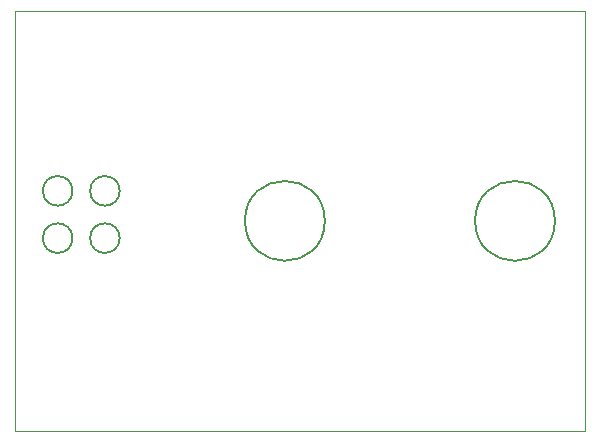
<source format=gbr>
%TF.GenerationSoftware,KiCad,Pcbnew,7.0.9*%
%TF.CreationDate,2023-11-28T13:05:06-06:00*%
%TF.ProjectId,bridge,62726964-6765-42e6-9b69-6361645f7063,D*%
%TF.SameCoordinates,Original*%
%TF.FileFunction,Profile,NP*%
%FSLAX46Y46*%
G04 Gerber Fmt 4.6, Leading zero omitted, Abs format (unit mm)*
G04 Created by KiCad (PCBNEW 7.0.9) date 2023-11-28 13:05:06*
%MOMM*%
%LPD*%
G01*
G04 APERTURE LIST*
%TA.AperFunction,Profile*%
%ADD10C,0.200000*%
%TD*%
%TA.AperFunction,Profile*%
%ADD11C,0.100000*%
%TD*%
G04 APERTURE END LIST*
D10*
X101392500Y-58420000D02*
G75*
G03*
X101392500Y-58420000I-1252500J0D01*
G01*
D11*
X96520000Y-43180000D02*
X144780000Y-43180000D01*
X144780000Y-78740000D01*
X96520000Y-78740000D01*
X96520000Y-43180000D01*
D10*
X105392500Y-58420000D02*
G75*
G03*
X105392500Y-58420000I-1252500J0D01*
G01*
X142240000Y-60960000D02*
G75*
G03*
X142240000Y-60960000I-3378200J0D01*
G01*
X101392500Y-62420000D02*
G75*
G03*
X101392500Y-62420000I-1252500J0D01*
G01*
X105392500Y-62420000D02*
G75*
G03*
X105392500Y-62420000I-1252500J0D01*
G01*
X122758200Y-60960000D02*
G75*
G03*
X122758200Y-60960000I-3378200J0D01*
G01*
M02*

</source>
